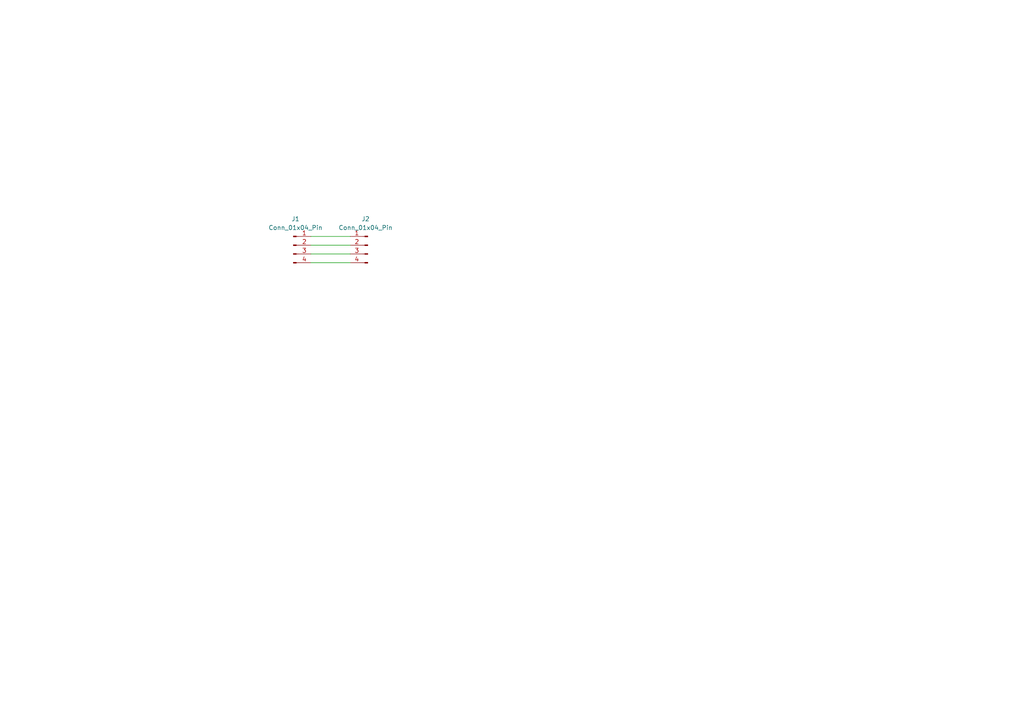
<source format=kicad_sch>
(kicad_sch (version 20231120) (generator "eeschema") (generator_version "8.0")
  (paper "A4")
  (lib_symbols
    (symbol "Connector:Conn_01x04_Pin" (pin_names (offset 1.016) hide)
      (property "Reference" "J" (at 0 5.08 0))
      (property "Value" "Conn_01x04_Pin" (at 0 -7.62 0))
      (symbol "Conn_01x04_Pin_1_1"
        (polyline (pts (xy 1.27 -5.08) (xy 0.8636 -5.08)) (stroke (width 0.1524)))
        (polyline (pts (xy 1.27 -2.54) (xy 0.8636 -2.54)) (stroke (width 0.1524)))
        (polyline (pts (xy 1.27 0) (xy 0.8636 0)) (stroke (width 0.1524)))
        (polyline (pts (xy 1.27 2.54) (xy 0.8636 2.54)) (stroke (width 0.1524)))
        (rectangle (start 0.8636 -4.953) (end 0 -5.207) (stroke (width 0.1524)) (fill (type outline)))
        (rectangle (start 0.8636 -2.413) (end 0 -2.667) (stroke (width 0.1524)) (fill (type outline)))
        (rectangle (start 0.8636 0.127) (end 0 -0.127) (stroke (width 0.1524)) (fill (type outline)))
        (rectangle (start 0.8636 2.667) (end 0 2.413) (stroke (width 0.1524)) (fill (type outline)))
        (pin passive line (at 5.08 2.54 180) (length 3.81) (name "Pin_1") (number "1"))
        (pin passive line (at 5.08 0 180) (length 3.81) (name "Pin_2") (number "2"))
        (pin passive line (at 5.08 -2.54 180) (length 3.81) (name "Pin_3") (number "3"))
        (pin passive line (at 5.08 -5.08 180) (length 3.81) (name "Pin_4") (number "4"))
      )
    )
  )
  (wire (pts (xy 90.17 76.2) (xy 101.6 76.2)))
  (wire (pts (xy 90.17 68.58) (xy 101.6 68.58)))
  (wire (pts (xy 90.17 73.66) (xy 101.6 73.66)))
  (wire (pts (xy 90.17 71.12) (xy 101.6 71.12)))
  (symbol (lib_id "Connector:Conn_01x04_Pin") (at 85.09 71.12 0) (unit 1)
    (property "Reference" "J1" (at 85.725 63.5 0))
    (property "Value" "Conn_01x04_Pin" (at 85.725 66.04 0))
    (property "Footprint" "Connector_PinSocket_2.54mm:PinSocket_1x04_P2.54mm_Vertical" (effects (hide yes)))
    (property "Description" "Generic connector, single row, 01x04, script generated" (effects (hide yes)))
  )
  (symbol (lib_id "Connector:Conn_01x04_Pin") (at 106.68 71.12 0) (mirror y) (unit 1)
    (property "Reference" "J2" (at 106.045 63.5 0))
    (property "Value" "Conn_01x04_Pin" (at 106.045 66.04 0))
    (property "Footprint" "Connector_PinSocket_2.54mm:PinSocket_1x04_P2.54mm_Vertical" (effects (hide yes)))
    (property "Description" "Generic connector, single row, 01x04, script generated" (effects (hide yes)))
  )
)
</source>
